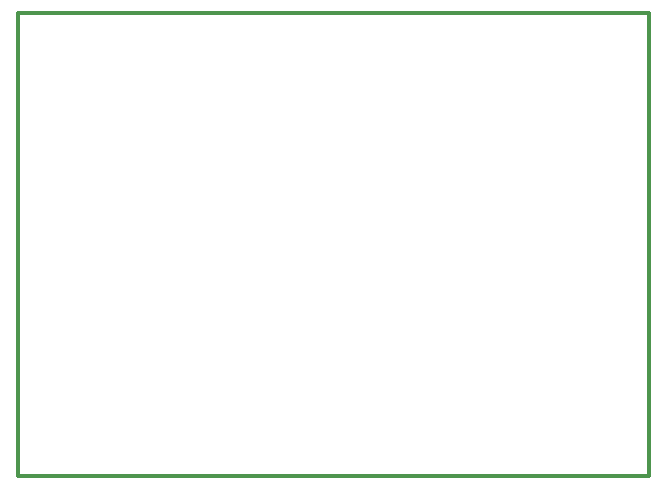
<source format=gbr>
G04 #@! TF.GenerationSoftware,KiCad,Pcbnew,8.0.8*
G04 #@! TF.CreationDate,2025-07-16T13:43:26+07:00*
G04 #@! TF.ProjectId,USBC_Prog_A7677S_V1.1,55534243-5f50-4726-9f67-5f4137363737,rev?*
G04 #@! TF.SameCoordinates,Original*
G04 #@! TF.FileFunction,Profile,NP*
%FSLAX46Y46*%
G04 Gerber Fmt 4.6, Leading zero omitted, Abs format (unit mm)*
G04 Created by KiCad (PCBNEW 8.0.8) date 2025-07-16 13:43:26*
%MOMM*%
%LPD*%
G01*
G04 APERTURE LIST*
G04 #@! TA.AperFunction,Profile*
%ADD10C,0.300000*%
G04 #@! TD*
G04 APERTURE END LIST*
D10*
X81335222Y-61746043D02*
X134800000Y-61746043D01*
X134800000Y-100880821D01*
X81335222Y-100880821D01*
X81335222Y-61746043D01*
M02*

</source>
